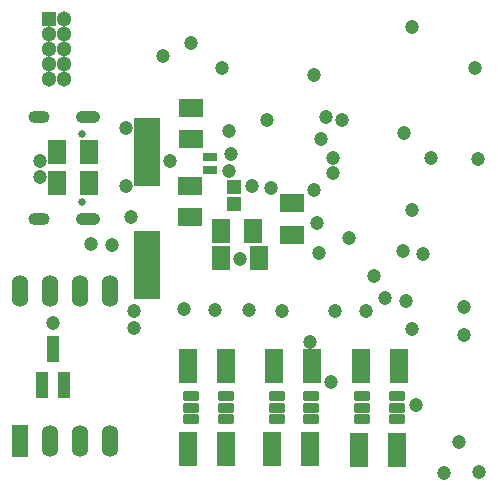
<source format=gbs>
G04*
G04 #@! TF.GenerationSoftware,Altium Limited,Altium Designer,22.5.1 (42)*
G04*
G04 Layer_Color=16711935*
%FSLAX44Y44*%
%MOMM*%
G71*
G04*
G04 #@! TF.SameCoordinates,0A4DFAF1-6218-4570-9C88-57A128791E20*
G04*
G04*
G04 #@! TF.FilePolarity,Negative*
G04*
G01*
G75*
%ADD39R,2.0232X1.6432*%
%ADD46R,1.5532X2.1032*%
%ADD47R,1.6432X2.0232*%
%ADD49C,0.6500*%
G04:AMPARAMS|DCode=50|XSize=1mm|YSize=2.1mm|CornerRadius=0.5mm|HoleSize=0mm|Usage=FLASHONLY|Rotation=270.000|XOffset=0mm|YOffset=0mm|HoleType=Round|Shape=RoundedRectangle|*
%AMROUNDEDRECTD50*
21,1,1.0000,1.1000,0,0,270.0*
21,1,0.0000,2.1000,0,0,270.0*
1,1,1.0000,-0.5500,0.0000*
1,1,1.0000,-0.5500,0.0000*
1,1,1.0000,0.5500,0.0000*
1,1,1.0000,0.5500,0.0000*
%
%ADD50ROUNDEDRECTD50*%
G04:AMPARAMS|DCode=51|XSize=1mm|YSize=1.8mm|CornerRadius=0.5mm|HoleSize=0mm|Usage=FLASHONLY|Rotation=270.000|XOffset=0mm|YOffset=0mm|HoleType=Round|Shape=RoundedRectangle|*
%AMROUNDEDRECTD51*
21,1,1.0000,0.8000,0,0,270.0*
21,1,0.0000,1.8000,0,0,270.0*
1,1,1.0000,-0.4000,0.0000*
1,1,1.0000,-0.4000,0.0000*
1,1,1.0000,0.4000,0.0000*
1,1,1.0000,0.4000,0.0000*
%
%ADD51ROUNDEDRECTD51*%
%ADD52R,1.4032X2.7032*%
%ADD53O,1.4032X2.7032*%
%ADD54R,1.3032X1.3032*%
%ADD55C,1.3032*%
%ADD56C,1.2032*%
%ADD74R,2.3032X5.8032*%
%ADD75R,1.2032X0.7532*%
%ADD76R,1.1732X1.2032*%
%ADD77R,1.0032X2.2032*%
%ADD78R,1.5532X3.0032*%
G04:AMPARAMS|DCode=79|XSize=0.8532mm|YSize=1.4032mm|CornerRadius=0.1504mm|HoleSize=0mm|Usage=FLASHONLY|Rotation=270.000|XOffset=0mm|YOffset=0mm|HoleType=Round|Shape=RoundedRectangle|*
%AMROUNDEDRECTD79*
21,1,0.8532,1.1025,0,0,270.0*
21,1,0.5525,1.4032,0,0,270.0*
1,1,0.3007,-0.5513,-0.2763*
1,1,0.3007,-0.5513,0.2763*
1,1,0.3007,0.5513,0.2763*
1,1,0.3007,0.5513,-0.2763*
%
%ADD79ROUNDEDRECTD79*%
D39*
X158000Y320360D02*
D03*
Y293640D02*
D03*
X157000Y227640D02*
D03*
Y254360D02*
D03*
X243000Y212640D02*
D03*
Y239360D02*
D03*
D46*
X183000Y193000D02*
D03*
X215000D02*
D03*
D47*
X71360Y283000D02*
D03*
X44640D02*
D03*
Y257000D02*
D03*
X71360D02*
D03*
X183640Y216000D02*
D03*
X210360D02*
D03*
D49*
X65596Y240479D02*
D03*
Y298279D02*
D03*
D50*
X70596Y226179D02*
D03*
Y312579D02*
D03*
D51*
X28796Y226179D02*
D03*
Y312579D02*
D03*
D52*
X13200Y38000D02*
D03*
D53*
X38600D02*
D03*
X64000D02*
D03*
X89400D02*
D03*
X13200Y165000D02*
D03*
X38600D02*
D03*
X64000D02*
D03*
X89400D02*
D03*
D54*
X37500Y395400D02*
D03*
D55*
X50200D02*
D03*
X37500Y382700D02*
D03*
X50200D02*
D03*
X37500Y370000D02*
D03*
X50200D02*
D03*
X37500Y357300D02*
D03*
X50200D02*
D03*
X37500Y344600D02*
D03*
X50200D02*
D03*
D56*
X243000Y212640D02*
D03*
X29900Y275168D02*
D03*
Y262000D02*
D03*
X103000Y303000D02*
D03*
X158000Y375000D02*
D03*
X134191Y364460D02*
D03*
X292000Y210000D02*
D03*
X322000Y159000D02*
D03*
X312776Y177547D02*
D03*
X110000Y148000D02*
D03*
Y134000D02*
D03*
X73000Y205000D02*
D03*
X90710Y204000D02*
D03*
X102977Y254000D02*
D03*
X140378Y275000D02*
D03*
X107000Y227640D02*
D03*
X272539Y312539D02*
D03*
X278344Y277535D02*
D03*
X268000Y294000D02*
D03*
X286039Y310039D02*
D03*
X278000Y265000D02*
D03*
X192000Y281000D02*
D03*
X190000Y300804D02*
D03*
X221877Y309810D02*
D03*
X178293Y148844D02*
D03*
X345000Y234000D02*
D03*
X389000Y128000D02*
D03*
X279651Y148011D02*
D03*
X41000Y138000D02*
D03*
X184360Y354000D02*
D03*
X187441Y101390D02*
D03*
X361000Y278000D02*
D03*
X155461Y101531D02*
D03*
X276000Y88000D02*
D03*
X348000Y69000D02*
D03*
X345000Y133000D02*
D03*
X372000Y11000D02*
D03*
X384860Y37718D02*
D03*
X402000Y12000D02*
D03*
X151640Y150000D02*
D03*
X235000Y148000D02*
D03*
X207000Y149000D02*
D03*
X334000Y104890D02*
D03*
X210360Y216000D02*
D03*
X183640D02*
D03*
X338210Y298676D02*
D03*
X345000Y389000D02*
D03*
X398000Y354000D02*
D03*
X262000Y251000D02*
D03*
X400890Y277000D02*
D03*
X389000Y152000D02*
D03*
X262000Y348000D02*
D03*
X264790Y222803D02*
D03*
X199000Y192000D02*
D03*
X266000Y197000D02*
D03*
X226000Y252322D02*
D03*
X190000Y267000D02*
D03*
X259000Y122110D02*
D03*
X209255Y254534D02*
D03*
X305956Y148066D02*
D03*
X354000Y196460D02*
D03*
X340000Y157110D02*
D03*
X337000Y199000D02*
D03*
D74*
X121000Y282500D02*
D03*
Y187500D02*
D03*
D75*
X174000Y267666D02*
D03*
Y278334D02*
D03*
D76*
X194000Y238650D02*
D03*
Y253350D02*
D03*
D77*
X41014Y116028D02*
D03*
X31500Y85972D02*
D03*
X50500D02*
D03*
D78*
X155500Y101500D02*
D03*
X187500D02*
D03*
X228000D02*
D03*
X260000D02*
D03*
X258500Y31500D02*
D03*
X226500D02*
D03*
X302000Y102000D02*
D03*
X334000D02*
D03*
X332000Y31000D02*
D03*
X300000D02*
D03*
X187500Y31500D02*
D03*
X155500D02*
D03*
D79*
X302750Y57000D02*
D03*
Y66500D02*
D03*
Y76000D02*
D03*
X332250D02*
D03*
Y66500D02*
D03*
Y57000D02*
D03*
X157750D02*
D03*
Y66500D02*
D03*
Y76000D02*
D03*
X187250D02*
D03*
Y66500D02*
D03*
Y57000D02*
D03*
X230250D02*
D03*
Y66500D02*
D03*
Y76000D02*
D03*
X259750D02*
D03*
Y66500D02*
D03*
Y57000D02*
D03*
M02*

</source>
